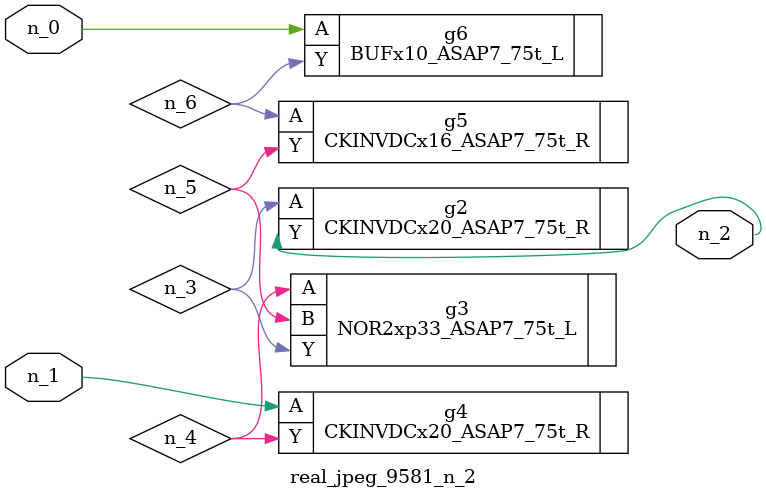
<source format=v>
module real_jpeg_9581_n_2 (n_1, n_0, n_2);

input n_1;
input n_0;

output n_2;

wire n_5;
wire n_4;
wire n_6;
wire n_3;

BUFx10_ASAP7_75t_L g6 ( 
.A(n_0),
.Y(n_6)
);

CKINVDCx20_ASAP7_75t_R g4 ( 
.A(n_1),
.Y(n_4)
);

CKINVDCx20_ASAP7_75t_R g2 ( 
.A(n_3),
.Y(n_2)
);

NOR2xp33_ASAP7_75t_L g3 ( 
.A(n_4),
.B(n_5),
.Y(n_3)
);

CKINVDCx16_ASAP7_75t_R g5 ( 
.A(n_6),
.Y(n_5)
);


endmodule
</source>
